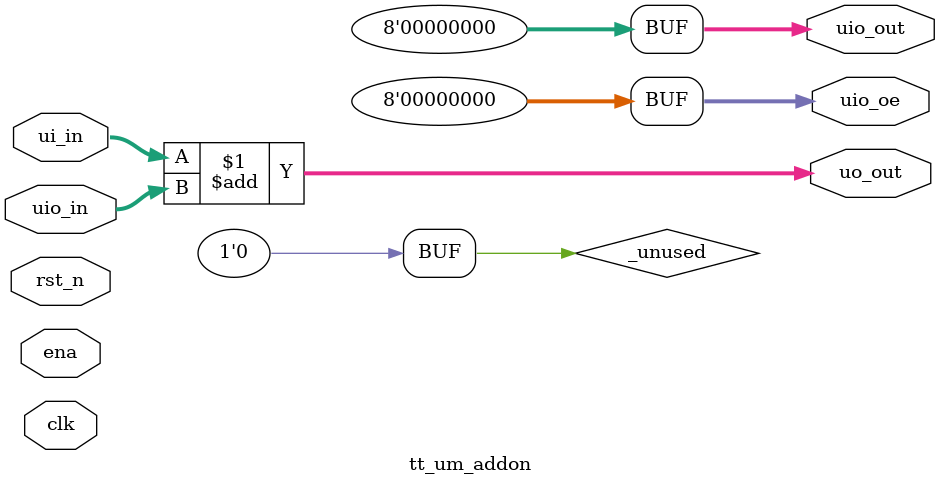
<source format=v>
/*
 * Copyright (c) 2024 Your Name
 * SPDX-License-Identifier: Apache-2.0
 */

`default_nettype none

module tt_um_addon (
    input  wire [7:0] ui_in,    // Dedicated inputs
    output wire [7:0] uo_out,   // Dedicated outputs
    input  wire [7:0] uio_in,   // IOs: Input path
    output wire [7:0] uio_out,  // IOs: Output path
    output wire [7:0] uio_oe,   // IOs: Enable path (active high: 0=input, 1=output)
    input  wire       ena,      // always 1 when the design is powered, so you can ignore it
    input  wire       clk,      // clock
    input  wire       rst_n     // reset_n - low to reset
);

  // All output pins must be assigned. If not used, assign to 0.
  assign uo_out  = ui_in + uio_in;  // Example: ou_out is the sum of ui_in and uio_in
  assign uio_out = 0;
  assign uio_oe  = 0;

  // List all unused inputs to prevent warnings
  wire _unused = &{ena, clk, rst_n, 1'b0};

endmodule

</source>
